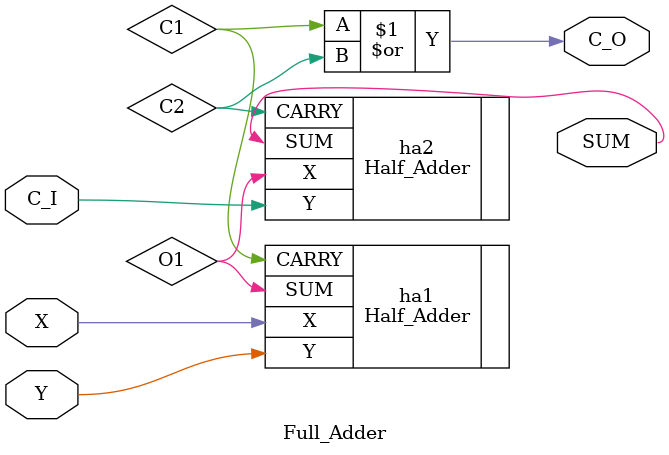
<source format=v>
module Full_Adder (SUM,C_O,X,Y,C_I);

    input wire X,Y,C_I;
    output wire SUM,C_O;
    
    wire C1,C2, O1;

    
    or (C_O,C1,C2);

	Half_Adder ha1(.SUM(O1),.CARRY(C1),.X(X),.Y(Y));
    Half_Adder ha2(.SUM(SUM),.CARRY(C2),.X(O1),.Y(C_I));

endmodule

/*
module Full_Adder (SUM,C_O,X,Y,C_I);

    input wire X,Y,C_I;
    output wire SUM,C_O;
    
    assign SUM = X^Y^C_I
    assign C_O = X&Y&C_I
endmodule
*/
</source>
